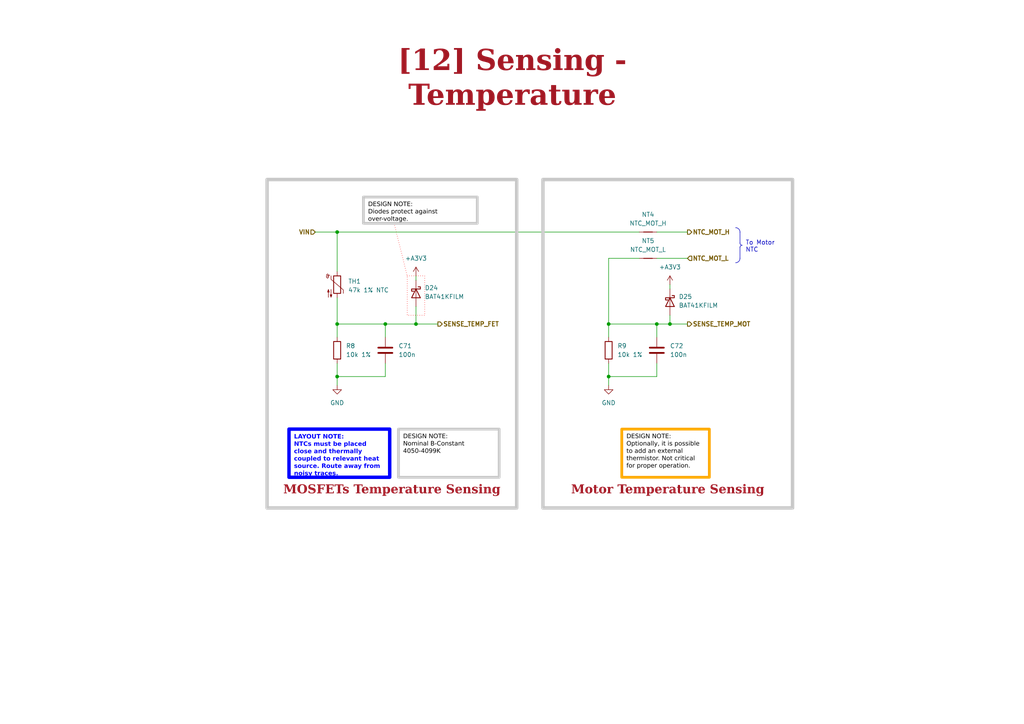
<source format=kicad_sch>
(kicad_sch (version 20230121) (generator eeschema)
  (paper "A4")
  (title_block (title "Temperature Sensing") (date "2023-10-14") (rev "1.0") (company "EPFL Xplore") (comment 3 "Author: Vincent Nguyen"))
  (lib_symbols
    (symbol "0_diode:BAT41KFILM" (pin_numbers hide) (pin_names (offset 1.016) hide)
      (property "Reference" "D" (at 0 2.54 0))
      (property "Value" "BAT41KFILM" (at 0 -2.54 0))
      (symbol "BAT41KFILM_0_1"
        (polyline (pts (xy 1.27 0) (xy -1.27 0)))
        (polyline (pts (xy 1.27 1.27) (xy 1.27 -1.27) (xy -1.27 0) (xy 1.27 1.27)) (stroke (width 0.254)))
        (polyline (pts (xy -1.905 0.635) (xy -1.905 1.27) (xy -1.27 1.27) (xy -1.27 -1.27) (xy -0.635 -1.27) (xy -0.635 -0.635)) (stroke (width 0.254)))
      )
      (symbol "BAT41KFILM_1_1"
        (pin passive line (at -3.81 0 0) (length 2.54) (name "K") (number "1"))
        (pin passive line (at 3.81 0 180) (length 2.54) (name "A") (number "2"))
      )
    )
    (symbol "0_power_symbols:+A3V3" (power) (pin_names (offset 0))
      (property "Value" "+A3V3" (at 0 3.556 0))
      (symbol "+A3V3_0_1"
        (polyline (pts (xy -0.762 1.27) (xy 0 2.54)))
        (polyline (pts (xy 0 0) (xy 0 2.54)))
        (polyline (pts (xy 0 2.54) (xy 0.762 1.27)))
      )
      (symbol "+A3V3_1_1"
        (pin power_in line (at 0 0 90) (length 0) hide (name "+A3V3") (number "1"))
      )
    )
    (symbol "Device:C" (pin_numbers hide) (pin_names (offset 0.254))
      (property "Reference" "C" (at 0.635 2.54 0))
      (property "Value" "C" (at 0.635 -2.54 0))
      (symbol "C_0_1"
        (polyline (pts (xy -2.032 -0.762) (xy 2.032 -0.762)) (stroke (width 0.508)))
        (polyline (pts (xy -2.032 0.762) (xy 2.032 0.762)) (stroke (width 0.508)))
      )
      (symbol "C_1_1"
        (pin passive line (at 0 3.81 270) (length 2.794) (name "~") (number "1"))
        (pin passive line (at 0 -3.81 90) (length 2.794) (name "~") (number "2"))
      )
    )
    (symbol "Device:NetTie_2" (pin_numbers hide) (pin_names (offset 0) hide) (in_bom no)
      (property "Reference" "NT" (at 0 1.27 0))
      (property "Value" "NetTie_2" (at 0 -1.27 0))
      (symbol "NetTie_2_0_1"
        (polyline (pts (xy -1.27 0) (xy 1.27 0)) (stroke (width 0.254)))
      )
      (symbol "NetTie_2_1_1"
        (pin passive line (at -2.54 0 0) (length 2.54) (name "1") (number "1"))
        (pin passive line (at 2.54 0 180) (length 2.54) (name "2") (number "2"))
      )
    )
    (symbol "Device:R" (pin_numbers hide) (pin_names (offset 0))
      (property "Reference" "R" (at 2.032 0 90))
      (property "Value" "R" (at 0 0 90))
      (symbol "R_0_1"
        (rectangle (start -1.016 -2.54) (end 1.016 2.54) (stroke (width 0.254)))
      )
      (symbol "R_1_1"
        (pin passive line (at 0 3.81 270) (length 1.27) (name "~") (number "1"))
        (pin passive line (at 0 -3.81 90) (length 1.27) (name "~") (number "2"))
      )
    )
    (symbol "Device:Thermistor_NTC" (pin_numbers hide) (pin_names (offset 0))
      (property "Reference" "TH" (at -4.445 0 90))
      (property "Value" "Thermistor_NTC" (at 3.175 0 90))
      (symbol "Thermistor_NTC_0_1"
        (arc (start -3.048 2.159) (mid -3.0495 2.3143) (end -3.175 2.413))
        (arc (start -3.048 2.159) (mid -2.9736 1.9794) (end -2.794 1.905))
        (arc (start -3.048 2.794) (mid -2.9736 2.6144) (end -2.794 2.54))
        (arc (start -2.794 1.905) (mid -2.6144 1.9794) (end -2.54 2.159))
        (arc (start -2.794 2.54) (mid -2.4393 2.5587) (end -2.159 2.794))
        (arc (start -2.794 3.048) (mid -2.9736 2.9736) (end -3.048 2.794))
        (arc (start -2.54 2.794) (mid -2.6144 2.9736) (end -2.794 3.048))
        (rectangle (start -1.016 2.54) (end 1.016 -2.54) (stroke (width 0.254)))
        (polyline (pts (xy -2.54 2.159) (xy -2.54 2.794)))
        (polyline (pts (xy -1.778 2.54) (xy -1.778 1.524) (xy 1.778 -1.524) (xy 1.778 -2.54)))
        (polyline (pts (xy -2.54 -3.683) (xy -2.54 -1.397) (xy -2.794 -2.159) (xy -2.286 -2.159) (xy -2.54 -1.397) (xy -2.54 -1.651)) (fill (type outline)))
        (polyline (pts (xy -1.778 -1.397) (xy -1.778 -3.683) (xy -2.032 -2.921) (xy -1.524 -2.921) (xy -1.778 -3.683) (xy -1.778 -3.429)) (fill (type outline)))
      )
      (symbol "Thermistor_NTC_1_1"
        (pin passive line (at 0 3.81 270) (length 1.27) (name "~") (number "1"))
        (pin passive line (at 0 -3.81 90) (length 1.27) (name "~") (number "2"))
      )
    )
    (symbol "power:GND" (power) (pin_names (offset 0))
      (property "Value" "GND" (at 0 -3.81 0))
      (symbol "GND_0_1"
        (polyline (pts (xy 0 0) (xy 0 -1.27) (xy 1.27 -1.27) (xy 0 -2.54) (xy -1.27 -1.27) (xy 0 -1.27)))
      )
      (symbol "GND_1_1"
        (pin power_in line (at 0 0 270) (length 0) hide (name "GND") (number "1"))
      )
    )
  )
  (junction (at 194.31 93.98))
  (junction (at 97.79 67.31))
  (junction (at 120.65 93.98))
  (junction (at 97.79 93.98))
  (junction (at 176.53 93.98))
  (junction (at 190.5 93.98))
  (junction (at 97.79 109.22))
  (junction (at 176.53 109.22))
  (junction (at 111.76 93.98))
  (wire (pts (xy 97.79 67.31) (xy 185.42 67.31)))
  (wire (pts (xy 190.5 67.31) (xy 199.39 67.31)))
  (wire (pts (xy 176.53 109.22) (xy 190.5 109.22)))
  (wire (pts (xy 120.65 80.01) (xy 120.65 81.28)))
  (wire (pts (xy 97.79 109.22) (xy 111.76 109.22)))
  (wire (pts (xy 97.79 93.98) (xy 97.79 97.79)))
  (wire (pts (xy 97.79 67.31) (xy 97.79 78.74)))
  (wire (pts (xy 97.79 105.41) (xy 97.79 109.22)))
  (wire (pts (xy 97.79 111.76) (xy 97.79 109.22)))
  (wire (pts (xy 111.76 93.98) (xy 120.65 93.98)))
  (wire (pts (xy 176.53 93.98) (xy 176.53 97.79)))
  (wire (pts (xy 185.42 74.93) (xy 176.53 74.93)))
  (wire (pts (xy 176.53 93.98) (xy 190.5 93.98)))
  (wire (pts (xy 190.5 105.41) (xy 190.5 109.22)))
  (wire (pts (xy 111.76 93.98) (xy 111.76 97.79)))
  (wire (pts (xy 120.65 93.98) (xy 127 93.98)))
  (polyline (pts (xy 114.3 64.77) (xy 118.11 80.01)) (stroke (width 0) (type dot) (color 255 0 0 1)))
  (wire (pts (xy 97.79 86.36) (xy 97.79 93.98)))
  (wire (pts (xy 199.39 74.93) (xy 190.5 74.93)))
  (wire (pts (xy 120.65 88.9) (xy 120.65 93.98)))
  (wire (pts (xy 194.31 91.44) (xy 194.31 93.98)))
  (wire (pts (xy 190.5 93.98) (xy 194.31 93.98)))
  (polyline (pts (xy 214.63 70.485) (xy 214.63 67.31)))
  (wire (pts (xy 97.79 93.98) (xy 111.76 93.98)))
  (wire (pts (xy 194.31 82.55) (xy 194.31 83.82)))
  (wire (pts (xy 176.53 111.76) (xy 176.53 109.22)))
  (wire (pts (xy 190.5 93.98) (xy 190.5 97.79)))
  (wire (pts (xy 111.76 105.41) (xy 111.76 109.22)))
  (wire (pts (xy 194.31 93.98) (xy 199.39 93.98)))
  (polyline (pts (xy 214.625 71.76) (xy 214.625 74.935)))
  (wire (pts (xy 176.53 74.93) (xy 176.53 93.98)))
  (wire (pts (xy 176.53 105.41) (xy 176.53 109.22)))
  (wire (pts (xy 91.44 67.31) (xy 97.79 67.31)))
  (arc (start 215.26 71.125) (mid 214.811 70.939) (end 214.625 70.49))
  (rectangle (start 118.11 80.01) (end 123.19 91.44) (stroke (width 0) (type dot) (color 255 0 0 1)))
  (rectangle (start 77.47 52.07) (end 149.86 147.32) (stroke (width 1) (color 200 200 200 1)))
  (rectangle (start 157.48 52.07) (end 229.87 147.32) (stroke (width 1) (color 200 200 200 1)))
  (arc (start 214.625 71.76) (mid 214.811 71.311) (end 215.26 71.125))
  (arc (start 214.625 74.935) (mid 214.253 75.833) (end 213.355 76.205))
  (arc (start 213.36 66.04) (mid 214.2566 66.4134) (end 214.63 67.31))
  (text_box "LAYOUT NOTE:\nNTCs must be placed close and thermally coupled to relevant heat source. Route away from noisy traces." (at 83.82 124.46 0) (size 29.21 13.97) (stroke (width 1) (color 0 0 255 1)) (effects (font (size 1.27 1.27) (thickness 0.4) bold) (justify left top)))
  (text_box "MOSFETs Temperature Sensing" (at 78.74 135.89 0) (size 69.85 9.525) (stroke (width -0.0001)) (effects (font (size 2.54 2.54) (thickness 0.508) bold) (justify bottom)))
  (text_box "Motor Temperature Sensing" (at 158.75 135.89 0) (size 69.85 9.525) (stroke (width -0.0001)) (effects (font (size 2.54 2.54) (thickness 0.508) bold) (justify bottom)))
  (text_box "[12] Sensing - Temperature" (at 80.01 16.51 0) (size 137.16 12.7) (stroke (width -0.0001)) (effects (font (size 6 6) (thickness 1.2) bold)))
  (text_box "To Motor NTC" (at 215.265 68.58 0) (size 13.335 5.08) (stroke (width -0.0001)) (effects (font (size 1.27 1.27)) (justify left top)))
  (text_box "DESIGN NOTE:\nOptionally, it is possible to add an external thermistor. Not critical for proper operation." (at 180.34 124.46 0) (size 25.4 13.97) (stroke (width 0.8) (color 255 165 0 1)) (effects (font (size 1.27 1.27)) (justify left top)))
  (text_box "DESIGN NOTE:\nDiodes protect against over-voltage." (at 105.41 57.15 0) (size 33.02 7.62) (stroke (width 0.8) (color 200 200 200 1)) (effects (font (size 1.27 1.27)) (justify left top)))
  (text_box "DESIGN NOTE:\nNominal B-Constant 4050-4099K" (at 115.57 124.46 0) (size 29.21 13.97) (stroke (width 0.8) (color 200 200 200 1)) (effects (font (size 1.27 1.27)) (justify left top)))
  (hierarchical_label "VIN" (shape input) (at 91.44 67.31 180) (effects (font bold)))
  (hierarchical_label "NTC_MOT_H" (shape output) (at 199.39 67.31 0) (effects (font bold)))
  (hierarchical_label "SENSE_TEMP_FET" (shape output) (at 127 93.98 0) (effects (font bold)))
  (hierarchical_label "NTC_MOT_L" (shape input) (at 199.39 74.93 0) (effects (font bold)))
  (hierarchical_label "SENSE_TEMP_MOT" (shape output) (at 199.39 93.98 0) (effects (font bold)))
  (symbol (lib_id "Device:NetTie_2") (at 187.96 67.31 0) (unit 1) (in_bom no)
    (property "Reference" "NT4" (at 187.96 62.23 0))
    (property "Value" "NTC_MOT_H" (at 187.96 64.77 0))
    (property "Footprint" "0_net_tie:NetTie-2_SMD_Pad0.2mm" (effects hide))
  )
  (symbol (lib_id "0_diode:BAT41KFILM") (at 120.65 85.09 270) (unit 1)
    (property "Reference" "D24" (at 123.19 83.5025 90) (effects (justify left)))
    (property "Value" "BAT41KFILM" (at 123.19 86.0425 90) (effects (justify left)))
    (property "Footprint" "Diode_SMD:D_SOD-523" (effects hide))
    (property "Datasheet" "https://www.mouser.ch/datasheet/2/389/bat41-1848934.pdf" (effects hide))
  )
  (symbol (lib_id "power:GND") (at 176.53 111.76 0) (unit 1)
    (property "Reference" "#PWR063" (effects hide))
    (property "Value" "GND" (at 176.53 116.84 0))
  )
  (symbol (lib_id "Device:R") (at 97.79 101.6 0) (unit 1)
    (property "Reference" "R8" (at 100.33 100.33 0) (effects (justify left)))
    (property "Value" "10k 1%" (at 100.33 102.87 0) (effects (justify left)))
    (property "Footprint" "0_resistor_smd:R_0402_1005_DensityHigh" (effects hide))
  )
  (symbol (lib_id "0_power_symbols:+A3V3") (at 194.31 82.55 0) (unit 1)
    (property "Reference" "#PWR06" (effects hide))
    (property "Value" "+A3V3" (at 194.31 77.47 0))
    (instances (project "bldc_controller" (path "" (reference "#PWR06") (unit 1)) (path "" (reference "#PWR064") (unit 1))))
  )
  (symbol (lib_id "Device:R") (at 176.53 101.6 0) (unit 1)
    (property "Reference" "R9" (at 179.07 100.33 0) (effects (justify left)))
    (property "Value" "10k 1%" (at 179.07 102.87 0) (effects (justify left)))
    (property "Footprint" "0_resistor_smd:R_0402_1005_DensityHigh" (effects hide))
  )
  (symbol (lib_id "0_diode:BAT41KFILM") (at 194.31 87.63 270) (unit 1)
    (property "Reference" "D25" (at 196.85 86.0425 90) (effects (justify left)))
    (property "Value" "BAT41KFILM" (at 196.85 88.5825 90) (effects (justify left)))
    (property "Footprint" "Diode_SMD:D_SOD-523" (effects hide))
    (property "Datasheet" "https://www.mouser.ch/datasheet/2/389/bat41-1848934.pdf" (effects hide))
  )
  (symbol (lib_id "Device:C") (at 111.76 101.6 0) (unit 1)
    (property "Reference" "C71" (at 115.57 100.33 0) (effects (justify left)))
    (property "Value" "100n" (at 115.57 102.87 0) (effects (justify left)))
    (property "Footprint" "0_capacitor_smd:C_0402_1005_DensityHigh" (effects hide))
  )
  (symbol (lib_id "power:GND") (at 97.79 111.76 0) (unit 1)
    (property "Reference" "#PWR061" (effects hide))
    (property "Value" "GND" (at 97.79 116.84 0))
  )
  (symbol (lib_id "Device:Thermistor_NTC") (at 97.79 82.55 0) (unit 1)
    (property "Reference" "TH1" (at 100.965 81.5975 0) (effects (justify left)))
    (property "Value" "47k 1% NTC" (at 100.965 84.1375 0) (effects (justify left)))
    (property "Footprint" "0_resistor_smd:R_0402_1005_DensityHigh" (effects hide))
  )
  (symbol (lib_id "0_power_symbols:+A3V3") (at 120.65 80.01 0) (unit 1)
    (property "Reference" "#PWR06" (effects hide))
    (property "Value" "+A3V3" (at 120.65 74.93 0))
    (instances (project "bldc_controller" (path "" (reference "#PWR06") (unit 1)) (path "" (reference "#PWR062") (unit 1))))
  )
  (symbol (lib_id "Device:NetTie_2") (at 187.96 74.93 0) (unit 1) (in_bom no)
    (property "Reference" "NT5" (at 187.96 69.85 0))
    (property "Value" "NTC_MOT_L" (at 187.96 72.39 0))
    (property "Footprint" "0_net_tie:NetTie-2_SMD_Pad0.2mm" (effects hide))
  )
  (symbol (lib_id "Device:C") (at 190.5 101.6 0) (unit 1)
    (property "Reference" "C72" (at 194.31 100.33 0) (effects (justify left)))
    (property "Value" "100n" (at 194.31 102.87 0) (effects (justify left)))
    (property "Footprint" "0_capacitor_smd:C_0402_1005_DensityHigh" (effects hide))
  )
)
</source>
